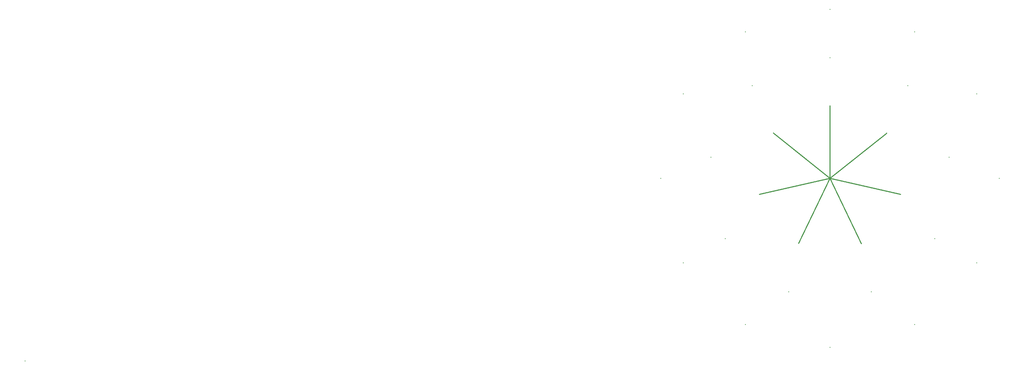
<source format=gbr>
G04 CAM350 V10.2.0 (Build 386) Date:  Sat Feb 01 15:25:49 2025 *
G04 Database: c:\users\comp1\desktop\ajinkya_\gerber data\round 115\round_pcb1.cam *
G04 Layer 43: Layer_43 *
%FSLAX24Y24*%
%MOIN*%
%SFA1.000B1.000*%

%MIA0B0*%
%IPPOS*%
%ADD27C,0.00984*%
%LNLayer_43*%
%LPD*%
G54D27*
X0Y0D02*
G01X-5540Y4419D01*
X0Y0D02*
G01X-6909Y-1575D01*
X0Y0D02*
G01X-3078Y-6383D01*
X0Y0D02*
G01X3071Y-6387D01*
X0Y0D02*
G01X6908Y-1582D01*
X0Y0D02*
G01X5545Y4413D01*
X0Y0D02*
G01X7Y7087D01*
X-78638Y-17857D02*
G75*
G03X-78638Y-17857I0D01*
X-6911Y-1573D02*
G03X-6911Y-1573I0D01*
X-5542Y4421D02*
G03X-5542Y4421I0D01*
X6Y7089D02*
G03X6Y7089I0D01*
X5543Y4415D02*
G03X5543Y4415I0D01*
X6906Y-1580D02*
G03X6906Y-1580I0D01*
X3069Y-6385D02*
G03X3069Y-6385I0D01*
X-3079Y-6381D02*
G03X-3079Y-6381I0D01*
X-7594Y9050D02*
G03X-7594Y9050I0D01*
X-2Y11813D02*
G03X-2Y11813I0D01*
X7590Y9050D02*
G03X7590Y9050I0D01*
X11630Y2053D02*
G03X11630Y2053I0D01*
X10227Y-5904D02*
G03X10227Y-5904I0D01*
X4038Y-11097D02*
G03X4038Y-11097I0D01*
X-4041D02*
G03X-4041Y-11097I0D01*
X-10230Y-5904D02*
G03X-10230Y-5904I0D01*
X-11633Y2053D02*
G03X-11633Y2053I0D01*
X-14322Y8270D02*
G03X-14322Y8270I0D01*
X-8269Y14322D02*
G03X-8269Y14322I0D01*
X-2Y16537D02*
G03X-2Y16537I0D01*
X8266Y14322D02*
G03X8266Y14322I0D01*
X14318Y8270D02*
G03X14318Y8270I0D01*
X16534Y2D02*
G03X16534Y2I0D01*
X14318Y-8266D02*
G03X14318Y-8266I0D01*
X8266Y-14318D02*
G03X8266Y-14318I0D01*
X-2Y-16533D02*
G03X-2Y-16533I0D01*
X-8269Y-14318D02*
G03X-8269Y-14318I0D01*
X-14322Y-8266D02*
G03X-14322Y-8266I0D01*
X-16537Y2D02*
G03X-16537Y2I0D01*
M02*

</source>
